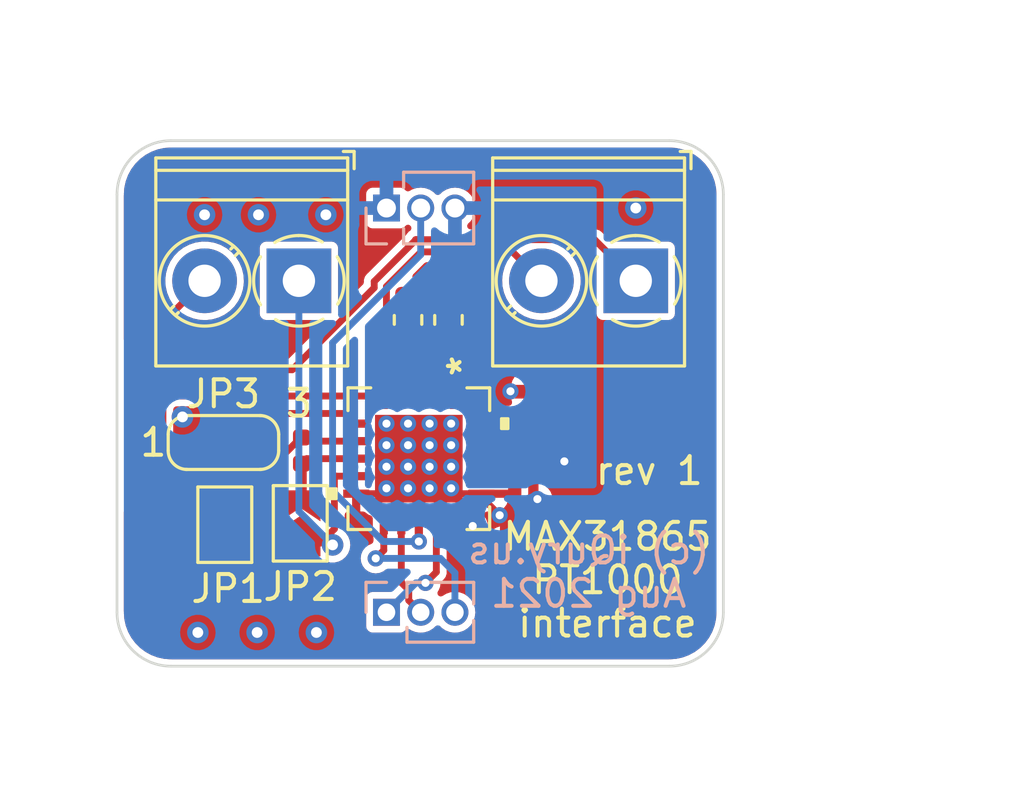
<source format=kicad_pcb>
(kicad_pcb (version 20210722) (generator pcbnew)
  (layers (0 "F.Cu" signal) (1 "In1.Cu" signal) (2 "In2.Cu" signal) (31 "B.Cu" signal) (34 "B.Paste" user) (35 "F.Paste" user) (36 "B.SilkS" user "B.Silkscreen") (37 "F.SilkS" user "F.Silkscreen") (38 "B.Mask" user) (39 "F.Mask" user) (44 "Edge.Cuts" user))
  (net 0 "")
  (net 1 "Net-(C1-Pad1)")
  (net 2 "Net-(C1-Pad2)")
  (net 3 "+3V3")
  (net 4 "GND")
  (net 5 "Net-(C3-Pad1)")
  (net 6 "GNDA")
  (net 7 "Net-(J1-Pad2)")
  (net 8 "Net-(J2-Pad1)")
  (net 9 "~{CS}")
  (net 10 "SDO")
  (net 11 "SCL")
  (net 12 "SDI")
  (net 13 "Net-(JP3-Pad2)")
  (net 14 "Net-(R1-Pad1)")
  (net 15 "Net-(R1-Pad2)")
  (net 16 "Net-(R2-Pad2)")
  (footprint "Jumper:SolderJumper-2_P1.3mm_Open_TrianglePad1.0x1.5mm" (layer "F.Cu") (at 147.8 122.7 90)
    (fp_text reference "JP2" (at -2.35 0 180) (layer "F.SilkS"))
    (fp_text value "SolderJumper_2_Open")
    (fp_line (start -1.4 -1) (end 1.4 -1) (layer "F.SilkS") (width 0.12))
    (fp_line (start 1.4 1) (end -1.4 1) (layer "F.SilkS") (width 0.12))
    (fp_line (start 1.4 -1) (end 1.4 1) (layer "F.SilkS") (width 0.12))
    (fp_line (start -1.4 1) (end -1.4 -1) (layer "F.SilkS") (width 0.12))
    (pad "1" smd custom locked (at -0.725 0 90) (size 0.3 0.3) (layers "F.Cu" "F.Mask") (net 8 "Net-(J2-Pad1)") (options (clearance outline) (anchor rect)) (primitives (gr_poly (pts (xy 1 0) (xy 0.5 0.75) (xy -0.5 0.75) (xy -0.5 -0.75) (xy 0.5 -0.75)) (width 0) (fill yes))))
    (pad "2" smd custom locked (at 0.725 0 90) (size 0.3 0.3) (layers "F.Cu" "F.Mask") (net 2 "Net-(C1-Pad2)") (options (clearance outline) (anchor rect)) (primitives (gr_poly (pts (xy 0.5 0.75) (xy -0.65 0.75) (xy -0.15 0) (xy -0.65 -0.75) (xy 0.5 -0.75)) (width 0) (fill yes))))
  )
  (footprint "Capacitor_SMD:C_0402_1005Metric" (layer "F.Cu") (at 156.45 118.3 90)
    (fp_text reference "C3" hide)
    (fp_text value "100nF")
    (pad "1" smd roundrect locked (at -0.485 0 90) (size 0.59 0.64) (layers "F.Cu" "F.Paste" "F.Mask") (net 5 "Net-(C3-Pad1)"))
    (pad "2" smd roundrect locked (at 0.485 0 90) (size 0.59 0.64) (layers "F.Cu" "F.Paste" "F.Mask") (net 6 "GNDA"))
  )
  (footprint "TerminalBlock_Phoenix:TerminalBlock_Phoenix_PT-1,5-2-3.5-H_1x02_P3.50mm_Horizontal" (layer "F.Cu") (at 160.25 113.7 180)
    (fp_text reference "J1" hide)
    (fp_text value "Screw_Terminal_01x02")
    (fp_line (start 5.31 -3.16) (end 5.31 4.56) (layer "F.SilkS") (width 0.12))
    (fp_line (start -2.05 4.16) (end -2.05 4.8) (layer "F.SilkS") (width 0.12))
    (fp_line (start -1.81 4.56) (end 5.31 4.56) (layer "F.SilkS") (width 0.12))
    (fp_line (start 4.57 -1.275) (end 4.476 -1.181) (layer "F.SilkS") (width 0.12))
    (fp_line (start 2.525 1.181) (end 2.431 1.274) (layer "F.SilkS") (width 0.12))
    (fp_line (start 2.355 0.941) (end 2.226 1.069) (layer "F.SilkS") (width 0.12))
    (fp_line (start -1.81 3) (end 5.31 3) (layer "F.SilkS") (width 0.12))
    (fp_line (start -2.05 4.8) (end -1.65 4.8) (layer "F.SilkS") (width 0.12))
    (fp_line (start -1.81 -3.16) (end 5.31 -3.16) (layer "F.SilkS") (width 0.12))
    (fp_line (start -1.81 4.1) (end 5.31 4.1) (layer "F.SilkS") (width 0.12))
    (fp_line (start -1.81 -3.16) (end -1.81 4.56) (layer "F.SilkS") (width 0.12))
    (fp_line (start 4.775 -1.069) (end 4.646 -0.941) (layer "F.SilkS") (width 0.12))
    (fp_arc (start 0 0) (end 0 1.68) (angle -32) (layer "F.SilkS") (width 0.12))
    (fp_arc (start 0 0) (end -0.866 1.44) (angle -32) (layer "F.SilkS") (width 0.12))
    (fp_arc (start 0 0) (end 0.866 -1.44) (angle -63) (layer "F.SilkS") (width 0.12))
    (fp_arc (start 0 0) (end -1.44 -0.866) (angle -63) (layer "F.SilkS") (width 0.12))
    (fp_arc (start 0 0) (end 1.425 0.891) (angle -64) (layer "F.SilkS") (width 0.12))
    (fp_circle (center 3.5 0) (end 5.18 0) (layer "F.SilkS") (width 0.12) (fill none))
    (pad "1" thru_hole rect locked (at 0 0 180) (size 2.4 2.4) (drill 1.2) (layers *.Cu *.Mask) (net 1 "Net-(C1-Pad1)"))
    (pad "2" thru_hole circle locked (at 3.5 0 180) (size 2.4 2.4) (drill 1.2) (layers *.Cu *.Mask) (net 7 "Net-(J1-Pad2)"))
  )
  (footprint "NetTie:NetTie-2_SMD_Pad0.5mm" (layer "F.Cu") (at 154.9 123.55)
    (fp_text reference "NT1" hide)
    (fp_text value "Net-Tie_2")
    (fp_poly (pts (xy -0.5 -0.25) (xy 0.5 -0.25) (xy 0.5 0.25) (xy -0.5 0.25)) (layer "F.Cu") (width 0) (fill solid))
    (pad "1" smd circle locked (at -0.5 0) (size 0.5 0.5) (layers "F.Cu") (net 4 "GND"))
    (pad "2" smd circle locked (at 0.5 0) (size 0.5 0.5) (layers "F.Cu") (net 6 "GNDA"))
  )
  (footprint "Capacitor_SMD:C_0402_1005Metric" (layer "F.Cu") (at 147.85 120 -90)
    (fp_text reference "C1" hide)
    (fp_text value "100nF")
    (pad "1" smd roundrect locked (at -0.485 0 270) (size 0.59 0.64) (layers "F.Cu" "F.Paste" "F.Mask") (net 1 "Net-(C1-Pad1)"))
    (pad "2" smd roundrect locked (at 0.485 0 270) (size 0.59 0.64) (layers "F.Cu" "F.Paste" "F.Mask") (net 2 "Net-(C1-Pad2)"))
  )
  (footprint "Resistor_SMD:R_0603_1608Metric" (layer "F.Cu") (at 151.8 115.15 -90)
    (fp_text reference "R2" hide)
    (fp_text value "2k")
    (fp_line (start -0.162779 0.51) (end 0.162779 0.51) (layer "F.SilkS") (width 0.12))
    (fp_line (start -0.162779 -0.51) (end 0.162779 -0.51) (layer "F.SilkS") (width 0.12))
    (pad "1" smd roundrect locked (at -0.7875 0 270) (size 0.875 0.95) (layers "F.Cu" "F.Paste" "F.Mask") (net 14 "Net-(R1-Pad1)"))
    (pad "2" smd roundrect locked (at 0.7875 0 270) (size 0.875 0.95) (layers "F.Cu" "F.Paste" "F.Mask") (net 16 "Net-(R2-Pad2)"))
  )
  (footprint "MAX31865:MAX31865ATP" (layer "F.Cu") (at 152.2 120.3 -90)
    (fp_text reference "U1" hide)
    (fp_text value "MAX31865ATP+" hide)
    (fp_text user "*" (at -3.4417 -1.625 90) (layer "F.SilkS"))
    (fp_text user "*" (at -3.4417 -1.625 -90) (layer "F.SilkS"))
    (fp_line (start -2.6289 1.78514) (end -2.6289 2.6289) (layer "F.SilkS") (width 0.12))
    (fp_line (start 2.6289 -2.6289) (end 1.78514 -2.6289) (layer "F.SilkS") (width 0.12))
    (fp_line (start -1.78514 -2.6289) (end -2.6289 -2.6289) (layer "F.SilkS") (width 0.12))
    (fp_line (start -2.6289 -2.6289) (end -2.6289 -1.78514) (layer "F.SilkS") (width 0.12))
    (fp_line (start 1.78514 2.6289) (end 2.6289 2.6289) (layer "F.SilkS") (width 0.12))
    (fp_line (start 2.6289 2.6289) (end 2.6289 1.78514) (layer "F.SilkS") (width 0.12))
    (fp_line (start 2.6289 -1.78514) (end 2.6289 -2.6289) (layer "F.SilkS") (width 0.12))
    (fp_line (start -2.6289 2.6289) (end -1.78514 2.6289) (layer "F.SilkS") (width 0.12))
    (fp_poly (pts (xy 1.1095 3.0607) (xy 1.1095 3.3147) (xy 1.4905 3.3147) (xy 1.4905 3.0607)) (layer "F.SilkS") (width 0.1) (fill solid))
    (fp_poly (pts (xy -1.4905 -3.0607) (xy -1.4905 -3.3147) (xy -1.1095 -3.3147) (xy -1.1095 -3.0607)) (layer "F.SilkS") (width 0.1) (fill solid))
    (pad "1" smd rect locked (at -2.3241 -1.3) (size 0.3048 0.9652) (layers "F.Cu" "F.Paste" "F.Mask") (net 15 "Net-(R1-Pad2)"))
    (pad "2" smd rect locked (at -2.3241 -0.649999) (size 0.3048 0.9652) (layers "F.Cu" "F.Paste" "F.Mask") (net 15 "Net-(R1-Pad2)"))
    (pad "3" smd rect locked (at -2.3241 0) (size 0.3048 0.9652) (layers "F.Cu" "F.Paste" "F.Mask") (net 16 "Net-(R2-Pad2)"))
    (pad "4" smd rect locked (at -2.3241 0.649999) (size 0.3048 0.9652) (layers "F.Cu" "F.Paste" "F.Mask") (net 16 "Net-(R2-Pad2)"))
    (pad "5" smd rect locked (at -2.3241 1.3) (size 0.3048 0.9652) (layers "F.Cu" "F.Paste" "F.Mask") (net 7 "Net-(J1-Pad2)"))
    (pad "6" smd rect locked (at -1.3 2.3241 270) (size 0.3048 0.9652) (layers "F.Cu" "F.Paste" "F.Mask") (net 13 "Net-(JP3-Pad2)"))
    (pad "7" smd rect locked (at -0.649999 2.3241 270) (size 0.3048 0.9652) (layers "F.Cu" "F.Paste" "F.Mask") (net 1 "Net-(C1-Pad1)"))
    (pad "8" smd rect locked (at 0 2.3241 270) (size 0.3048 0.9652) (layers "F.Cu" "F.Paste" "F.Mask") (net 2 "Net-(C1-Pad2)"))
    (pad "9" smd rect locked (at 0.649999 2.3241 270) (size 0.3048 0.9652) (layers "F.Cu" "F.Paste" "F.Mask") (net 8 "Net-(J2-Pad1)"))
    (pad "10" smd rect locked (at 1.3 2.3241 270) (size 0.3048 0.9652) (layers "F.Cu" "F.Paste" "F.Mask") (net 6 "GNDA"))
    (pad "11" smd rect locked (at 2.3241 1.3) (size 0.3048 0.9652) (layers "F.Cu" "F.Paste" "F.Mask") (net 12 "SDI"))
    (pad "12" smd rect locked (at 2.3241 0.649999) (size 0.3048 0.9652) (layers "F.Cu" "F.Paste" "F.Mask") (net 11 "SCL"))
    (pad "13" smd rect locked (at 2.3241 0) (size 0.3048 0.9652) (layers "F.Cu" "F.Paste" "F.Mask") (net 9 "~{CS}"))
    (pad "14" smd rect locked (at 2.3241 -0.649999) (size 0.3048 0.9652) (layers "F.Cu" "F.Paste" "F.Mask") (net 10 "SDO"))
    (pad "15" smd rect locked (at 2.3241 -1.3) (size 0.3048 0.9652) (layers "F.Cu" "F.Paste" "F.Mask") (net 4 "GND"))
    (pad "16" smd rect locked (at 1.3 -2.3241 270) (size 0.3048 0.9652) (layers "F.Cu" "F.Paste" "F.Mask") (net 6 "GNDA"))
    (pad "17" smd rect locked (at 0.649999 -2.3241 270) (size 0.3048 0.9652) (layers "F.Cu" "F.Paste" "F.Mask"))
    (pad "18" smd rect locked (at 0 -2.3241 270) (size 0.3048 0.9652) (layers "F.Cu" "F.Paste" "F.Mask"))
    (pad "19" smd rect locked (at -0.649999 -2.3241 270) (size 0.3048 0.9652) (layers "F.Cu" "F.Paste" "F.Mask") (net 3 "+3V3"))
    (pad "20" smd rect locked (at -1.3 -2.3241 270) (size 0.3048 0.9652) (layers "F.Cu" "F.Paste" "F.Mask") (net 5 "Net-(C3-Pad1)"))
    (pad "21" smd rect locked (at 0 0 270) (size 3.2512 3.2512) (layers "F.Cu" "F.Paste" "F.Mask") (net 6 "GNDA"))
  )
  (footprint "Resistor_SMD:R_0603_1608Metric" (layer "F.Cu") (at 153.3 115.15 -90)
    (fp_text reference "R1" hide)
    (fp_text value "2k")
    (fp_line (start -0.162779 0.51) (end 0.162779 0.51) (layer "F.SilkS") (width 0.12))
    (fp_line (start -0.162779 -0.51) (end 0.162779 -0.51) (layer "F.SilkS") (width 0.12))
    (pad "1" smd roundrect locked (at -0.7875 0 270) (size 0.875 0.95) (layers "F.Cu" "F.Paste" "F.Mask") (net 14 "Net-(R1-Pad1)"))
    (pad "2" smd roundrect locked (at 0.7875 0 270) (size 0.875 0.95) (layers "F.Cu" "F.Paste" "F.Mask") (net 15 "Net-(R1-Pad2)"))
  )
  (footprint "TerminalBlock_Phoenix:TerminalBlock_Phoenix_PT-1,5-2-3.5-H_1x02_P3.50mm_Horizontal" (layer "F.Cu") (at 147.75 113.7 180)
    (fp_text reference "J2" hide)
    (fp_text value "Screw_Terminal_01x02")
    (fp_line (start -1.81 -3.16) (end -1.81 4.56) (layer "F.SilkS") (width 0.12))
    (fp_line (start -1.81 4.1) (end 5.31 4.1) (layer "F.SilkS") (width 0.12))
    (fp_line (start -1.81 4.56) (end 5.31 4.56) (layer "F.SilkS") (width 0.12))
    (fp_line (start 4.775 -1.069) (end 4.646 -0.941) (layer "F.SilkS") (width 0.12))
    (fp_line (start -2.05 4.16) (end -2.05 4.8) (layer "F.SilkS") (width 0.12))
    (fp_line (start 2.525 1.181) (end 2.431 1.274) (layer "F.SilkS") (width 0.12))
    (fp_line (start 5.31 -3.16) (end 5.31 4.56) (layer "F.SilkS") (width 0.12))
    (fp_line (start -1.81 -3.16) (end 5.31 -3.16) (layer "F.SilkS") (width 0.12))
    (fp_line (start 2.355 0.941) (end 2.226 1.069) (layer "F.SilkS") (width 0.12))
    (fp_line (start -1.81 3) (end 5.31 3) (layer "F.SilkS") (width 0.12))
    (fp_line (start 4.57 -1.275) (end 4.476 -1.181) (layer "F.SilkS") (width 0.12))
    (fp_line (start -2.05 4.8) (end -1.65 4.8) (layer "F.SilkS") (width 0.12))
    (fp_arc (start 0 0) (end 1.425 0.891) (angle -64) (layer "F.SilkS") (width 0.12))
    (fp_arc (start 0 0) (end 0 1.68) (angle -32) (layer "F.SilkS") (width 0.12))
    (fp_arc (start 0 0) (end -0.866 1.44) (angle -32) (layer "F.SilkS") (width 0.12))
    (fp_arc (start 0 0) (end 0.866 -1.44) (angle -63) (layer "F.SilkS") (width 0.12))
    (fp_arc (start 0 0) (end -1.44 -0.866) (angle -63) (layer "F.SilkS") (width 0.12))
    (fp_circle (center 3.5 0) (end 5.18 0) (layer "F.SilkS") (width 0.12) (fill none))
    (pad "1" thru_hole rect locked (at 0 0 180) (size 2.4 2.4) (drill 1.2) (layers *.Cu *.Mask) (net 8 "Net-(J2-Pad1)"))
    (pad "2" thru_hole circle locked (at 3.5 0 180) (size 2.4 2.4) (drill 1.2) (layers *.Cu *.Mask) (net 2 "Net-(C1-Pad2)"))
  )
  (footprint "Capacitor_SMD:C_0402_1005Metric" (layer "F.Cu") (at 156.45 120.3 -90)
    (fp_text reference "C2" hide)
    (fp_text value "100nF")
    (pad "1" smd roundrect locked (at -0.485 0 270) (size 0.59 0.64) (layers "F.Cu" "F.Paste" "F.Mask") (net 3 "+3V3"))
    (pad "2" smd roundrect locked (at 0.485 0 270) (size 0.59 0.64) (layers "F.Cu" "F.Paste" "F.Mask") (net 4 "GND"))
  )
  (footprint "Jumper:SolderJumper-3_P1.3mm_Open_RoundedPad1.0x1.5mm_NumberLabels" (layer "F.Cu") (at 144.95 119.7)
    (fp_text reference "JP3" (at 0 -1.8) (layer "F.SilkS"))
    (fp_text value "SolderJumper_3_Open")
    (fp_text user "1" (at -2.6 0) (layer "F.SilkS"))
    (fp_text user "3" (at 2.8 -1.45) (layer "F.SilkS"))
    (fp_line (start 1.4 1) (end -1.4 1) (layer "F.SilkS") (width 0.12))
    (fp_line (start 2.05 -0.3) (end 2.05 0.3) (layer "F.SilkS") (width 0.12))
    (fp_line (start -1.4 -1) (end 1.4 -1) (layer "F.SilkS") (width 0.12))
    (fp_line (start -2.05 0.3) (end -2.05 -0.3) (layer "F.SilkS") (width 0.12))
    (fp_arc (start -1.35 0.3) (end -2.05 0.3) (angle -90) (layer "F.SilkS") (width 0.12))
    (fp_arc (start 1.35 -0.3) (end 2.05 -0.3) (angle -90) (layer "F.SilkS") (width 0.12))
    (fp_arc (start -1.35 -0.3) (end -1.35 -1) (angle -90) (layer "F.SilkS") (width 0.12))
    (fp_arc (start 1.35 0.3) (end 1.35 1) (angle -90) (layer "F.SilkS") (width 0.12))
    (pad "1" smd custom locked (at -1.3 0) (size 1 0.5) (layers "F.Cu" "F.Mask") (net 6 "GNDA") (options (clearance outline) (anchor rect)) (primitives (gr_circle (center 0 0.25) (end 0.5 0.25) (width 0) (fill yes)) (gr_circle (center 0 -0.25) (end 0.5 -0.25) (width 0) (fill yes)) (gr_poly (pts (xy 0.55 0.75) (xy 0 0.75) (xy 0 -0.75) (xy 0.55 -0.75)) (width 0) (fill yes))))
    (pad "2" smd rect locked (at 0 0) (size 1 1.5) (layers "F.Cu" "F.Mask") (net 13 "Net-(JP3-Pad2)"))
    (pad "3" smd custom locked (at 1.3 0) (size 1 0.5) (layers "F.Cu" "F.Mask") (net 7 "Net-(J1-Pad2)") (options (clearance outline) (anchor rect)) (primitives (gr_circle (center 0 0.25) (end 0.5 0.25) (width 0) (fill yes)) (gr_circle (center 0 -0.25) (end 0.5 -0.25) (width 0) (fill yes)) (gr_poly (pts (xy 0 0.75) (xy -0.55 0.75) (xy -0.55 -0.75) (xy 0 -0.75)) (width 0) (fill yes))))
  )
  (footprint "Inductor_SMD:L_0402_1005Metric" (layer "F.Cu") (at 157.5 119.25 90)
    (fp_text reference "FB1" hide)
    (fp_text value "1k@100MHz")
    (pad "1" smd roundrect locked (at -0.485 0 90) (size 0.59 0.64) (layers "F.Cu" "F.Paste" "F.Mask") (net 3 "+3V3"))
    (pad "2" smd roundrect locked (at 0.485 0 90) (size 0.59 0.64) (layers "F.Cu" "F.Paste" "F.Mask") (net 5 "Net-(C3-Pad1)"))
  )
  (footprint "Jumper:SolderJumper-2_P1.3mm_Open_TrianglePad1.0x1.5mm" (layer "F.Cu") (at 145 122.75 90)
    (fp_text reference "JP1" (at -2.375 0.125 180) (layer "F.SilkS"))
    (fp_text value "SolderJumper_2_Open")
    (fp_line (start -1.4 1) (end -1.4 -1) (layer "F.SilkS") (width 0.12))
    (fp_line (start 1.4 1) (end -1.4 1) (layer "F.SilkS") (width 0.12))
    (fp_line (start -1.4 -1) (end 1.4 -1) (layer "F.SilkS") (width 0.12))
    (fp_line (start 1.4 -1) (end 1.4 1) (layer "F.SilkS") (width 0.12))
    (pad "1" smd custom locked (at -0.725 0 90) (size 0.3 0.3) (layers "F.Cu" "F.Mask") (net 1 "Net-(C1-Pad1)") (options (clearance outline) (anchor rect)) (primitives (gr_poly (pts (xy 1 0) (xy 0.5 0.75) (xy -0.5 0.75) (xy -0.5 -0.75) (xy 0.5 -0.75)) (width 0) (fill yes))))
    (pad "2" smd custom locked (at 0.725 0 90) (size 0.3 0.3) (layers "F.Cu" "F.Mask") (net 7 "Net-(J1-Pad2)") (options (clearance outline) (anchor rect)) (primitives (gr_poly (pts (xy 0.5 0.75) (xy -0.65 0.75) (xy -0.15 0) (xy -0.65 -0.75) (xy 0.5 -0.75)) (width 0) (fill yes))))
  )
  (footprint "Connector_PinSocket_1.27mm:PinSocket_1x03_P1.27mm_Vertical" (layer "B.Cu") (at 151 111 -90)
    (fp_text reference "J3" hide)
    (fp_text value "Conn_01x03_Female")
    (fp_line (start -1.33 -0.635) (end -1.33 -3.235) (layer "B.SilkS") (width 0.12))
    (fp_line (start 0.30753 -3.235) (end 1.33 -3.235) (layer "B.SilkS") (width 0.12))
    (fp_line (start 0 0.76) (end 1.33 0.76) (layer "B.SilkS") (width 0.12))
    (fp_line (start 1.33 -0.635) (end 1.33 -3.235) (layer "B.SilkS") (width 0.12))
    (fp_line (start -1.33 -0.635) (end -0.76 -0.635) (layer "B.SilkS") (width 0.12))
    (fp_line (start -1.33 -3.235) (end -0.30753 -3.235) (layer "B.SilkS") (width 0.12))
    (fp_line (start 0.76 -0.635) (end 1.33 -0.635) (layer "B.SilkS") (width 0.12))
    (fp_line (start 1.33 0.76) (end 1.33 0) (layer "B.SilkS") (width 0.12))
    (pad "1" thru_hole rect locked (at 0 0 270) (size 1 1) (drill 0.7) (layers *.Cu *.Mask) (net 4 "GND"))
    (pad "2" thru_hole oval locked (at 0 -1.27 270) (size 1 1) (drill 0.7) (layers *.Cu *.Mask) (net 9 "~{CS}"))
    (pad "3" thru_hole oval locked (at 0 -2.54 270) (size 1 1) (drill 0.7) (layers *.Cu *.Mask) (net 3 "+3V3"))
  )
  (footprint "Connector_PinHeader_1.27mm:PinHeader_1x03_P1.27mm_Vertical" (layer "B.Cu") (at 151 126 -90)
    (fp_text reference "J4" hide)
    (fp_text value "Conn_01x03_Male")
    (fp_line (start 0.30753 -3.235) (end 1.11 -3.235) (layer "B.SilkS") (width 0.12))
    (fp_line (start -1.11 -0.76) (end -1.11 -3.235) (layer "B.SilkS") (width 0.12))
    (fp_line (start -1.11 -3.235) (end -0.30753 -3.235) (layer "B.SilkS") (width 0.12))
    (fp_line (start 0.563471 -0.76) (end 1.11 -0.76) (layer "B.SilkS") (width 0.12))
    (fp_line (start 1.11 -0.76) (end 1.11 -3.235) (layer "B.SilkS") (width 0.12))
    (fp_line (start -1.11 0) (end -1.11 0.76) (layer "B.SilkS") (width 0.12))
    (fp_line (start -1.11 -0.76) (end -0.563471 -0.76) (layer "B.SilkS") (width 0.12))
    (fp_line (start -1.11 0.76) (end 0 0.76) (layer "B.SilkS") (width 0.12))
    (pad "1" thru_hole rect locked (at 0 0 270) (size 1 1) (drill 0.65) (layers *.Cu *.Mask) (net 10 "SDO"))
    (pad "2" thru_hole oval locked (at 0 -1.27 270) (size 1 1) (drill 0.65) (layers *.Cu *.Mask) (net 11 "SCL"))
    (pad "3" thru_hole oval locked (at 0 -2.54 270) (size 1 1) (drill 0.65) (layers *.Cu *.Mask) (net 12 "SDI"))
  )
  (gr_line (start 141 126) (end 141 110.5) (layer "Edge.Cuts") (width 0.1))
  (gr_arc (start 143 110.5) (end 143 108.5) (angle -90) (layer "Edge.Cuts") (width 0.1))
  (gr_arc (start 161.5 126) (end 161.5 128) (angle -90) (layer "Edge.Cuts") (width 0.1))
  (gr_arc (start 161.5 110.5) (end 163.5 110.5) (angle -90) (layer "Edge.Cuts") (width 0.1))
  (gr_arc (start 143 126) (end 143 128) (angle 90) (layer "Edge.Cuts") (width 0.1))
  (gr_line (start 163.5 110.5) (end 163.5 126) (layer "Edge.Cuts") (width 0.1))
  (gr_line (start 161.5 128) (end 143 128) (layer "Edge.Cuts") (width 0.1))
  (gr_line (start 143 108.5) (end 161.5 108.5) (layer "Edge.Cuts") (width 0.1))
  (gr_text "(c) iQury.us\nAug 2021" (at 158.5 124.5) (layer "B.SilkS") (effects (font (size 1 1)) (justify mirror)))
  (gr_text "rev 1" (at 160.75 120.75) (layer "F.SilkS") (effects (font (size 1 1))))
  (gr_text "MAX31865\nPT1000\ninterface" (at 159.2 124.8) (layer "F.SilkS") (effects (font (size 1 1))))
  (segment (start 145.75 123.475) (end 146.07652 123.14848) (width 0.254) (layer "F.Cu") (net 1))
  (segment (start 150.544969 113.958053) (end 150.544969 113.723981) (width 0.254) (layer "F.Cu") (net 1))
  (segment (start 146.07652 123.14848) (end 146.07652 121.67348) (width 0.254) (layer "F.Cu") (net 1))
  (segment (start 144.225 123.475) (end 145 123.475) (width 0.254) (layer "F.Cu") (net 1))
  (segment (start 147 120.340546) (end 147.825546 119.515) (width 0.254) (layer "F.Cu") (net 1))
  (segment (start 147.985001 119.650001) (end 147.85 119.515) (width 0.254) (layer "F.Cu") (net 1))
  (segment (start 142.25 118) (end 142.25 121.5) (width 0.254) (layer "F.Cu") (net 1))
  (segment (start 147 120.75) (end 147 120.340546) (width 0.254) (layer "F.Cu") (net 1))
  (segment (start 142.25 121.5) (end 144.225 123.475) (width 0.254) (layer "F.Cu") (net 1))
  (segment (start 149.8759 119.650001) (end 147.985001 119.650001) (width 0.254) (layer "F.Cu") (net 1))
  (segment (start 143.25 117) (end 147.503022 117) (width 0.254) (layer "F.Cu") (net 1))
  (segment (start 152.095461 112.173489) (end 152.326511 112.173489) (width 0.254) (layer "F.Cu") (net 1))
  (segment (start 146.07652 121.67348) (end 147 120.75) (width 0.254) (layer "F.Cu") (net 1))
  (segment (start 147.503022 117) (end 150.544969 113.958053) (width 0.254) (layer "F.Cu") (net 1))
  (segment (start 145 123.475) (end 145.75 123.475) (width 0.254) (layer "F.Cu") (net 1))
  (segment (start 158.723489 112.173489) (end 160.25 113.7) (width 0.254) (layer "F.Cu") (net 1))
  (segment (start 147.825546 119.515) (end 147.85 119.515) (width 0.254) (layer "F.Cu") (net 1))
  (segment (start 152.076511 112.173489) (end 152.326511 112.173489) (width 0.254) (layer "F.Cu") (net 1))
  (segment (start 150.544969 113.723981) (end 152.095461 112.173489) (width 0.254) (layer "F.Cu") (net 1))
  (segment (start 152.326511 112.173489) (end 158.723489 112.173489) (width 0.254) (layer "F.Cu") (net 1))
  (segment (start 142.25 118) (end 143.25 117) (width 0.254) (layer "F.Cu") (net 1))
  (segment (start 147.05 121.975) (end 147.8 121.975) (width 0.254) (layer "F.Cu") (net 2))
  (segment (start 145.88525 124.30152) (end 146.72348 123.46329) (width 0.254) (layer "F.Cu") (net 2))
  (segment (start 146.72348 123.46329) (end 146.72348 122.30152) (width 0.254) (layer "F.Cu") (net 2))
  (segment (start 141.796489 116.153511) (end 141.796489 121.983259) (width 0.254) (layer "F.Cu") (net 2))
  (segment (start 146.72348 122.30152) (end 147.05 121.975) (width 0.254) (layer "F.Cu") (net 2))
  (segment (start 148.035 120.3) (end 147.85 120.485) (width 0.254) (layer "F.Cu") (net 2))
  (segment (start 141.796489 121.983259) (end 144.11475 124.30152) (width 0.254) (layer "F.Cu") (net 2))
  (segment (start 147.85 120.485) (end 147.85 121.925) (width 0.381) (layer "F.Cu") (net 2))
  (segment (start 144.11475 124.30152) (end 145.88525 124.30152) (width 0.254) (layer "F.Cu") (net 2))
  (segment (start 147.85 121.925) (end 147.8 121.975) (width 0.381) (layer "F.Cu") (net 2))
  (segment (start 144.25 113.7) (end 141.796489 116.153511) (width 0.254) (layer "F.Cu") (net 2))
  (segment (start 149.8759 120.3) (end 148.035 120.3) (width 0.254) (layer "F.Cu") (net 2))
  (segment (start 157.5 119.735) (end 157.5 120.3) (width 0.381) (layer "F.Cu") (net 3))
  (segment (start 156.45 119.815) (end 157.42 119.815) (width 0.381) (layer "F.Cu") (net 3))
  (segment (start 157.42 119.815) (end 157.5 119.735) (width 0.381) (layer "F.Cu") (net 3))
  (segment (start 156.285001 119.650001) (end 156.45 119.815) (width 0.381) (layer "F.Cu") (net 3))
  (segment (start 154.5241 119.650001) (end 156.285001 119.650001) (width 0.381) (layer "F.Cu") (net 3))
  (segment (start 157.5 120.3) (end 157.6 120.4) (width 0.381) (layer "F.Cu") (net 3))
  (via (at 157.6 120.4) (size 0.6) (drill 0.3) (layers "F.Cu" "B.Cu") (net 3))
  (segment (start 156.45 120.785) (end 156.45 121.65) (width 0.381) (layer "F.Cu") (net 4))
  (segment (start 153.5 122.6241) (end 154.0241 122.6241) (width 0.254) (layer "F.Cu") (net 4))
  (segment (start 154.4 123.55) (end 154.4 123) (width 0.381) (layer "F.Cu") (net 4))
  (segment (start 156.45 121.65) (end 156.6 121.8) (width 0.381) (layer "F.Cu") (net 4))
  (segment (start 154.0241 122.6241) (end 154.2 122.8) (width 0.254) (layer "F.Cu") (net 4))
  (segment (start 154.4 123) (end 154.2 122.8) (width 0.381) (layer "F.Cu") (net 4))
  (via (at 154.2 122.8) (size 0.6) (drill 0.3) (layers "F.Cu" "B.Cu") (net 4))
  (via (at 156.6 121.8) (size 0.6) (drill 0.3) (layers "F.Cu" "B.Cu") (net 4))
  (segment (start 156.47 118.765) (end 156.45 118.785) (width 0.381) (layer "F.Cu") (net 5))
  (segment (start 154.7391 118.785) (end 154.5241 119) (width 0.381) (layer "F.Cu") (net 5))
  (segment (start 157.5 118.765) (end 156.47 118.765) (width 0.381) (layer "F.Cu") (net 5))
  (segment (start 156.45 118.785) (end 154.7391 118.785) (width 0.381) (layer "F.Cu") (net 5))
  (segment (start 156.45 117.815) (end 155.615 117.815) (width 0.381) (layer "F.Cu") (net 6))
  (segment (start 155.4 123.55) (end 155.4 122.6) (width 0.381) (layer "F.Cu") (net 6))
  (segment (start 153.6 121.6) (end 153.4 121.4) (width 0.254) (layer "F.Cu") (net 6))
  (segment (start 143.65 119.7) (end 143.430011 119.480011) (width 0.254) (layer "F.Cu") (net 6))
  (segment (start 155.615 117.815) (end 155.6 117.8) (width 0.381) (layer "F.Cu") (net 6))
  (segment (start 155.4 122.6) (end 155.2 122.4) (width 0.381) (layer "F.Cu") (net 6))
  (segment (start 154.5241 121.6) (end 153.6 121.6) (width 0.254) (layer "F.Cu") (net 6))
  (segment (start 154.5241 121.6) (end 154.5241 121.7241) (width 0.254) (layer "F.Cu") (net 6))
  (segment (start 143.430011 119.480011) (end 143.430011 118.75) (width 0.254) (layer "F.Cu") (net 6))
  (segment (start 149.8759 121.6) (end 150.8 121.6) (width 0.254) (layer "F.Cu") (net 6))
  (segment (start 150.8 121.6) (end 151 121.4) (width 0.254) (layer "F.Cu") (net 6))
  (segment (start 154.5241 121.7241) (end 155.2 122.4) (width 0.254) (layer "F.Cu") (net 6))
  (via (at 151.8 119) (size 0.6) (drill 0.3) (layers "F.Cu" "B.Cu") (net 6))
  (via (at 151.8 121.4) (size 0.6) (drill 0.3) (layers "F.Cu" "B.Cu") (net 6))
  (via (at 143.430011 118.75) (size 0.8) (drill 0.4) (layers "F.Cu" "B.Cu") (net 6))
  (via (at 151 121.4) (size 0.6) (drill 0.3) (layers "F.Cu" "B.Cu") (net 6))
  (via (at 153.4 119.8) (size 0.6) (drill 0.3) (layers "F.Cu" "B.Cu") (net 6))
  (via (at 151 119.8) (size 0.6) (drill 0.3) (layers "F.Cu" "B.Cu") (net 6))
  (via (at 148.75 111.25) (size 0.8) (drill 0.4) (layers "F.Cu" "B.Cu") (net 6))
  (via (at 148.4 126.75) (size 0.8) (drill 0.4) (layers "F.Cu" "B.Cu") (net 6))
  (via (at 151.8 120.6) (size 0.6) (drill 0.3) (layers "F.Cu" "B.Cu") (net 6))
  (via (at 151 120.6) (size 0.6) (drill 0.3) (layers "F.Cu" "B.Cu") (net 6))
  (via (at 151.8 119.8) (size 0.6) (drill 0.3) (layers "F.Cu" "B.Cu") (net 6))
  (via (at 153.4 119) (size 0.6) (drill 0.3) (layers "F.Cu" "B.Cu") (net 6))
  (via (at 146.2 126.75) (size 0.8) (drill 0.4) (layers "F.Cu" "B.Cu") (net 6))
  (via (at 153.4 121.4) (size 0.6) (drill 0.3) (layers "F.Cu" "B.Cu") (net 6))
  (via (at 152.6 121.4) (size 0.6) (drill 0.3) (layers "F.Cu" "B.Cu") (net 6))
  (via (at 155.6 117.8) (size 0.6) (drill 0.3) (layers "F.Cu" "B.Cu") (net 6))
  (via (at 152.6 119) (size 0.6) (drill 0.3) (layers "F.Cu" "B.Cu") (net 6))
  (via (at 152.6 120.6) (size 0.6) (drill 0.3) (layers "F.Cu" "B.Cu") (net 6))
  (via (at 160.25 111) (size 0.8) (drill 0.4) (layers "F.Cu" "B.Cu") (net 6))
  (via (at 144 126.75) (size 0.8) (drill 0.4) (layers "F.Cu" "B.Cu") (net 6))
  (via (at 155.2 122.4) (size 0.6) (drill 0.3) (layers "F.Cu" "B.Cu") (net 6))
  (via (at 146.25 111.25) (size 0.8) (drill 0.4) (layers "F.Cu" "B.Cu") (net 6))
  (via (at 153.4 120.6) (size 0.6) (drill 0.3) (layers "F.Cu" "B.Cu") (net 6))
  (via (at 144.25 111.25) (size 0.8) (drill 0.4) (layers "F.Cu" "B.Cu") (net 6))
  (via (at 152.6 119.8) (size 0.6) (drill 0.3) (layers "F.Cu" "B.Cu") (net 6))
  (via (at 151 119) (size 0.6) (drill 0.3) (layers "F.Cu" "B.Cu") (net 6))
  (segment (start 152.283312 112.627) (end 150.99848 113.911832) (width 0.254) (layer "F.Cu") (net 7))
  (segment (start 145 122.025) (end 144.549966 122.025) (width 0.254) (layer "F.Cu") (net 7))
  (segment (start 146.25 119.7) (end 146.25 120.775) (width 0.254) (layer "F.Cu") (net 7))
  (segment (start 142.703511 120.178545) (end 142.703511 118.187851) (width 0.254) (layer "F.Cu") (net 7))
  (segment (start 155.677 112.627) (end 152.283312 112.627) (width 0.254) (layer "F.Cu") (net 7))
  (segment (start 150.99848 113.911832) (end 150.99848 117.87742) (width 0.254) (layer "F.Cu") (net 7))
  (segment (start 150.99848 117.87742) (end 150.9 117.9759) (width 0.254) (layer "F.Cu") (net 7))
  (segment (start 156.75 113.7) (end 155.677 112.627) (width 0.254) (layer "F.Cu") (net 7))
  (segment (start 144.549966 122.025) (end 142.703511 120.178545) (width 0.254) (layer "F.Cu") (net 7))
  (segment (start 142.703511 118.187851) (end 142.915462 117.9759) (width 0.254) (layer "F.Cu") (net 7))
  (segment (start 146.25 120.775) (end 145 122.025) (width 0.254) (layer "F.Cu") (net 7))
  (segment (start 142.915462 117.9759) (end 150.9 117.9759) (width 0.254) (layer "F.Cu") (net 7))
  (segment (start 149.066789 121.02251) (end 149.1393 120.949999) (width 0.254) (layer "F.Cu") (net 8))
  (segment (start 148.55 123.425) (end 149.066789 122.908211) (width 0.254) (layer "F.Cu") (net 8))
  (segment (start 149.066789 122.908211) (end 149.066789 121.02251) (width 0.254) (layer "F.Cu") (net 8))
  (segment (start 147.8 123.425) (end 148.925 123.425) (width 0.254) (layer "F.Cu") (net 8))
  (segment (start 149.1393 120.949999) (end 149.8759 120.949999) (width 0.254) (layer "F.Cu") (net 8))
  (segment (start 148.925 123.425) (end 149 123.5) (width 0.254) (layer "F.Cu") (net 8))
  (segment (start 147.8 123.425) (end 148.55 123.425) (width 0.254) (layer "F.Cu") (net 8))
  (via (at 149 123.5) (size 0.8) (drill 0.4) (layers "F.Cu" "B.Cu") (net 8))
  (segment (start 147.75 122.25) (end 147.75 113.7) (width 0.254) (layer "B.Cu") (net 8))
  (segment (start 149 123.5) (end 147.75 122.25) (width 0.254) (layer "B.Cu") (net 8))
  (segment (start 152.2 122.6241) (end 152.2 123.3735) (width 0.254) (layer "F.Cu") (net 9))
  (via (at 152.2 123.3735) (size 0.6) (drill 0.3) (layers "F.Cu" "B.Cu") (net 9))
  (segment (start 152.27 112.73) (end 149 116) (width 0.254) (layer "B.Cu") (net 9))
  (segment (start 149 121.5) (end 150.8735 123.3735) (width 0.254) (layer "B.Cu") (net 9))
  (segment (start 149 116) (end 149 121.5) (width 0.254) (layer "B.Cu") (net 9))
  (segment (start 150.8735 123.3735) (end 152.2 123.3735) (width 0.254) (layer "B.Cu") (net 9))
  (segment (start 152.27 111) (end 152.27 112.73) (width 0.254) (layer "B.Cu") (net 9))
  (segment (start 152.849999 124.507646) (end 152.44781 124.909835) (width 0.254) (layer "F.Cu") (net 10))
  (segment (start 152.849999 122.6241) (end 152.849999 124.507646) (width 0.254) (layer "F.Cu") (net 10))
  (via (at 152.44781 124.909835) (size 0.6) (drill 0.3) (layers "F.Cu" "B.Cu") (net 10))
  (segment (start 152.44781 124.909835) (end 152.090165 124.909835) (width 0.254) (layer "B.Cu") (net 10))
  (segment (start 152.090165 124.909835) (end 151 126) (width 0.254) (layer "B.Cu") (net 10))
  (segment (start 151.826511 125.173489) (end 151.826511 125.556511) (width 0.254) (layer "F.Cu") (net 11))
  (segment (start 151.550001 122.6241) (end 151.550001 124.896979) (width 0.254) (layer "F.Cu") (net 11))
  (segment (start 151.826511 125.556511) (end 152.27 126) (width 0.254) (layer "F.Cu") (net 11))
  (segment (start 151.550001 124.896979) (end 151.826511 125.173489) (width 0.254) (layer "F.Cu") (net 11))
  (segment (start 150.9 123.7) (end 150.6 124) (width 0.254) (layer "F.Cu") (net 12))
  (segment (start 150.9 122.6241) (end 150.9 123.7) (width 0.254) (layer "F.Cu") (net 12))
  (via (at 150.6 124) (size 0.6) (drill 0.3) (layers "F.Cu" "B.Cu") (net 12))
  (segment (start 153 124) (end 150.6 124) (width 0.254) (layer "B.Cu") (net 12))
  (segment (start 153.54 124.54) (end 153.54 126) (width 0.254) (layer "B.Cu") (net 12))
  (segment (start 153 124) (end 153.54 124.54) (width 0.254) (layer "B.Cu") (net 12))
  (segment (start 149.498912 118.623012) (end 149.8759 119) (width 0.254) (layer "F.Cu") (net 13))
  (segment (start 144.95 118.696) (end 145.022988 118.623012) (width 0.254) (layer "F.Cu") (net 13))
  (segment (start 145.022988 118.623012) (end 149.498912 118.623012) (width 0.254) (layer "F.Cu") (net 13))
  (segment (start 144.95 119.7) (end 144.95 118.696) (width 0.254) (layer "F.Cu") (net 13))
  (segment (start 153.3 114.3625) (end 151.8 114.3625) (width 0.381) (layer "F.Cu") (net 14))
  (segment (start 152.849999 116.387501) (end 153.3 115.9375) (width 0.381) (layer "F.Cu") (net 15))
  (segment (start 153.5 117.9759) (end 153.5 116.1375) (width 0.381) (layer "F.Cu") (net 15))
  (segment (start 153.5 116.1375) (end 153.3 115.9375) (width 0.381) (layer "F.Cu") (net 15))
  (segment (start 152.849999 117.9759) (end 152.849999 116.387501) (width 0.381) (layer "F.Cu") (net 15))
  (segment (start 151.550001 117.9759) (end 151.550001 116.187499) (width 0.381) (layer "F.Cu") (net 16))
  (segment (start 151.550001 116.187499) (end 151.8 115.9375) (width 0.381) (layer "F.Cu") (net 16))
  (segment (start 152.2 117.9759) (end 152.2 116.3375) (width 0.381) (layer "F.Cu") (net 16))
  (segment (start 152.2 116.3375) (end 151.8 115.9375) (width 0.381) (layer "F.Cu") (net 16))
  (zone (net 6) (net_name "GNDA") (layer "F.Cu") (connect_pads (clearance 0.254)) (min_thickness 0.254) (fill yes (thermal_gap 0.508) (thermal_bridge_width 0.508))
    (polygon (pts (xy 164.2 128.4) (xy 140.8 128.4) (xy 140.8 104.4) (xy 164.2 104.4)))
  )
  (zone (net 3) (net_name "+3V3") (layer "B.Cu") (priority 1) (connect_pads (clearance 0.254)) (min_thickness 0.254) (fill yes (thermal_gap 0.508) (thermal_bridge_width 0.508))
    (polygon (pts (xy 158.8 121.4) (xy 150.2 121.4) (xy 150.2 110.2) (xy 158.8 110.2)))
  )
  (zone (net 4) (net_name "GND") (layer "B.Cu") (connect_pads (clearance 0.254)) (min_thickness 0.254) (fill yes (thermal_gap 0.508) (thermal_bridge_width 0.508))
    (polygon (pts (xy 163.8 128) (xy 140.6 128) (xy 140.6 104.2) (xy 163.8 104.2)))
  )
)
</source>
